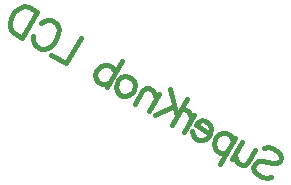
<source format=gbo>
G04*
G04 #@! TF.GenerationSoftware,Altium Limited,Altium Designer,20.1.14 (287)*
G04*
G04 Layer_Color=32896*
%FSLAX25Y25*%
%MOIN*%
G70*
G04*
G04 #@! TF.SameCoordinates,B8DE9612-172B-4E27-A0E0-44EA1AA92255*
G04*
G04*
G04 #@! TF.FilePolarity,Positive*
G04*
G01*
G75*
%ADD24C,0.01800*%
D24*
X61552Y16120D02*
X62852Y16468D01*
X64327Y16167D01*
X65977Y15214D01*
X66975Y14088D01*
X67324Y12787D01*
X66848Y11963D01*
X65959Y11376D01*
X65309Y11202D01*
X64246Y11266D01*
X61296Y11869D01*
X60234Y11933D01*
X59583Y11759D01*
X58695Y11172D01*
X57981Y9935D01*
X58329Y8635D01*
X59328Y7508D01*
X60978Y6556D01*
X62453Y6254D01*
X63753Y6603D01*
X58662Y15589D02*
X56281Y11467D01*
X55155Y10468D01*
X54092Y10531D01*
X52855Y11246D01*
X52269Y12134D01*
X51746Y14085D01*
X54126Y18208D02*
X50794Y12436D01*
X51859Y19517D02*
X46860Y10859D01*
X51144Y18280D02*
X50796Y19581D01*
X50209Y20470D01*
X48972Y21184D01*
X47910Y21247D01*
X46609Y20899D01*
X45483Y19900D01*
X45007Y19075D01*
X44705Y17600D01*
X45053Y16300D01*
X45640Y15411D01*
X46877Y14697D01*
X47939Y14633D01*
X49240Y14982D01*
X43627Y20971D02*
X38680Y23828D01*
X39156Y24652D01*
X40044Y25239D01*
X40694Y25413D01*
X41757Y25349D01*
X42994Y24635D01*
X43581Y23747D01*
X43929Y22446D01*
X43627Y20971D01*
X43151Y20147D01*
X42025Y19148D01*
X40724Y18799D01*
X39661Y18863D01*
X38425Y19577D01*
X37838Y20466D01*
X37489Y21766D01*
X38253Y27373D02*
X34920Y21600D01*
X36824Y24899D02*
X37126Y26374D01*
X36778Y27675D01*
X36191Y28563D01*
X34954Y29277D01*
X35837Y32616D02*
X30838Y23957D01*
X30065Y35948D02*
X32504Y26843D01*
X31633Y30095D02*
X25066Y27290D01*
X26461Y34181D02*
X23128Y28409D01*
X25508Y32532D02*
X24986Y34483D01*
X24399Y35371D01*
X23162Y36085D01*
X22100Y36149D01*
X20973Y35150D01*
X18593Y31027D01*
X17596Y39299D02*
X18183Y38410D01*
X18531Y37110D01*
X18229Y35635D01*
X17753Y34810D01*
X16627Y33811D01*
X15326Y33463D01*
X14264Y33527D01*
X13027Y34241D01*
X12440Y35129D01*
X12092Y36430D01*
X12393Y37905D01*
X12869Y38729D01*
X13996Y39728D01*
X15296Y40077D01*
X16359Y40013D01*
X17596Y39299D01*
X14067Y45184D02*
X9068Y36526D01*
X11687Y41061D02*
X11338Y42362D01*
X10752Y43250D01*
X9515Y43964D01*
X8452Y44028D01*
X7152Y43680D01*
X6025Y42681D01*
X5549Y41856D01*
X5247Y40381D01*
X5596Y39081D01*
X6182Y38192D01*
X7419Y37478D01*
X8482Y37414D01*
X9783Y37763D01*
X461Y53040D02*
X-4538Y44381D01*
X-9485Y47238D01*
X-12810Y57953D02*
X-11921Y58539D01*
X-10620Y58888D01*
X-9558Y58824D01*
X-7908Y57872D01*
X-7322Y56984D01*
X-6973Y55683D01*
X-7037Y54620D01*
X-7339Y53145D01*
X-8529Y51084D01*
X-9656Y50085D01*
X-10544Y49498D01*
X-11845Y49150D01*
X-12907Y49214D01*
X-14557Y50166D01*
X-15143Y51054D01*
X-15492Y52355D01*
X-15428Y53417D01*
X-14052Y61419D02*
X-19051Y52760D01*
X-14052Y61419D02*
X-16938Y63085D01*
X-18413Y63387D01*
X-19714Y63038D01*
X-20602Y62452D01*
X-21728Y61453D01*
X-22919Y59391D01*
X-23221Y57917D01*
X-23284Y56854D01*
X-22936Y55553D01*
X-21937Y54427D01*
X-19051Y52760D01*
M02*

</source>
